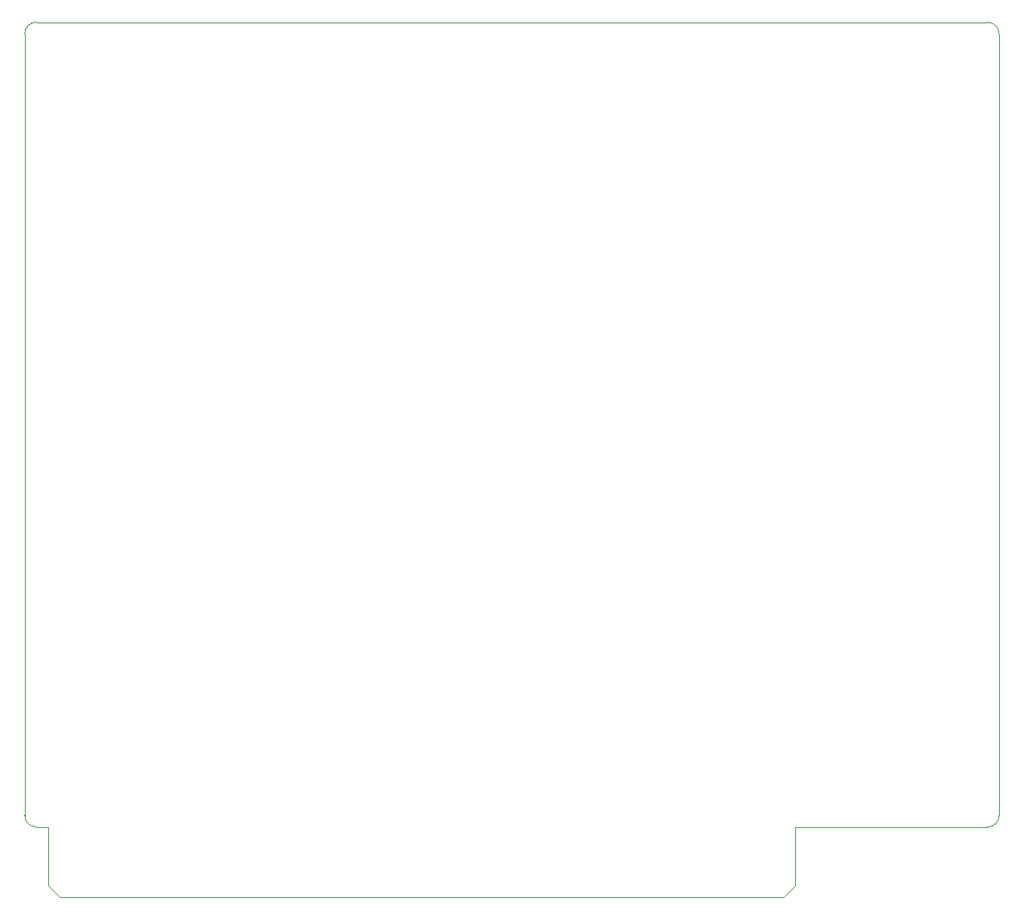
<source format=gbr>
%TF.GenerationSoftware,KiCad,Pcbnew,(5.1.10)-1*%
%TF.CreationDate,2022-05-20T00:42:25-07:00*%
%TF.ProjectId,hardmpu-wt,68617264-6d70-4752-9d77-742e6b696361,rev?*%
%TF.SameCoordinates,PX525bfc0PY8670810*%
%TF.FileFunction,Profile,NP*%
%FSLAX46Y46*%
G04 Gerber Fmt 4.6, Leading zero omitted, Abs format (unit mm)*
G04 Created by KiCad (PCBNEW (5.1.10)-1) date 2022-05-20 00:42:25*
%MOMM*%
%LPD*%
G01*
G04 APERTURE LIST*
%TA.AperFunction,Profile*%
%ADD10C,0.050000*%
%TD*%
G04 APERTURE END LIST*
D10*
X103505000Y1270000D02*
G75*
G02*
X102235000Y0I-1270000J0D01*
G01*
X-1270000Y0D02*
G75*
G02*
X-2540000Y1270000I0J1270000D01*
G01*
X-2540000Y86360000D02*
G75*
G02*
X-1270000Y87630000I1270000J0D01*
G01*
X102235000Y87630000D02*
G75*
G02*
X103505000Y86360000I0J-1270000D01*
G01*
X0Y-6350000D02*
X1270000Y-7620000D01*
X0Y0D02*
X0Y-6350000D01*
X-1270000Y0D02*
X0Y0D01*
X-2540000Y86360000D02*
X-2540000Y1270000D01*
X102235000Y87630000D02*
X-1270000Y87630000D01*
X103505000Y1270000D02*
X103505000Y86360000D01*
X81280000Y0D02*
X102235000Y0D01*
X81280000Y-6350000D02*
X81280000Y0D01*
X80010000Y-7620000D02*
X81280000Y-6350000D01*
X1270000Y-7620000D02*
X80010000Y-7620000D01*
M02*

</source>
